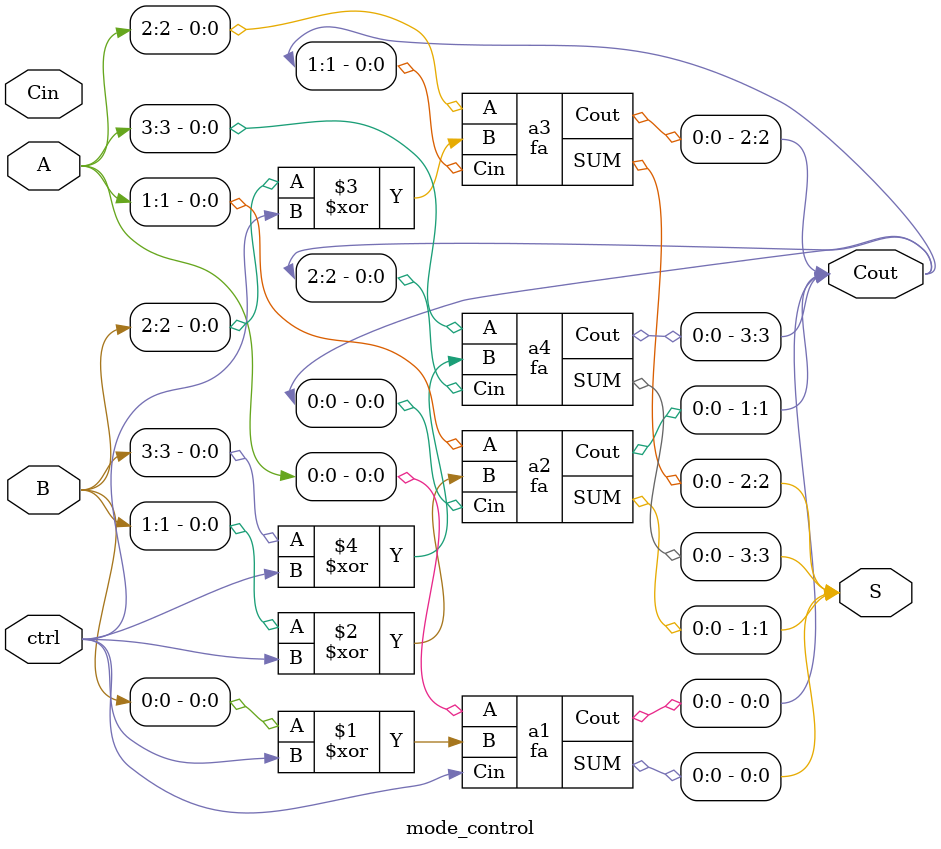
<source format=v>
module fa( A, B, Cin, SUM, Cout);
    input A, B, Cin;
    output SUM, Cout;
    assign SUM = (( A ^ B ) ^ Cin );
    assign Cout = (( A & B)|( B & Cin )|( A & Cin ));
endmodule

module mode_control(S,Cout,A,B,Cin,ctrl);
    output [3:0] S,Cout;
    input [3:0] A,B;
    input Cin, ctrl;
    
    fa a1(A[0], B[0]^ctrl, ctrl, S[0], Cout[0]);
    fa a2(A[1], B[1]^ctrl, Cout[0], S[1], Cout[1]);
    fa a3(A[2], B[2]^ctrl, Cout[1], S[2], Cout[2]);
    fa a4(A[3], B[3]^ctrl, Cout[2], S[3], Cout[3]);
    
endmodule 

</source>
